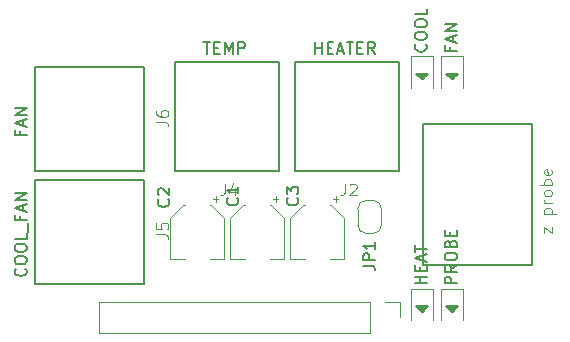
<source format=gbr>
G04 #@! TF.GenerationSoftware,KiCad,Pcbnew,5.1.4-e60b266~84~ubuntu18.04.1*
G04 #@! TF.CreationDate,2019-09-26T20:27:51+08:00*
G04 #@! TF.ProjectId,head,68656164-2e6b-4696-9361-645f70636258,rev?*
G04 #@! TF.SameCoordinates,Original*
G04 #@! TF.FileFunction,Legend,Top*
G04 #@! TF.FilePolarity,Positive*
%FSLAX46Y46*%
G04 Gerber Fmt 4.6, Leading zero omitted, Abs format (unit mm)*
G04 Created by KiCad (PCBNEW 5.1.4-e60b266~84~ubuntu18.04.1) date 2019-09-26 20:27:51*
%MOMM*%
%LPD*%
G04 APERTURE LIST*
%ADD10C,0.381000*%
%ADD11C,0.200000*%
%ADD12C,0.120000*%
%ADD13C,0.127000*%
%ADD14C,0.150000*%
%ADD15C,0.050000*%
G04 APERTURE END LIST*
D10*
X77270000Y-48922000D02*
X77470000Y-49122000D01*
D11*
X77770000Y-48922000D02*
X77270000Y-48922000D01*
X77470000Y-49322000D02*
X77970000Y-48822000D01*
X76970000Y-48822000D02*
X77470000Y-49322000D01*
X77970000Y-48822000D02*
X76970000Y-48822000D01*
D12*
X78430000Y-50022000D02*
X78430000Y-47337000D01*
X78430000Y-47337000D02*
X76510000Y-47337000D01*
X76510000Y-47337000D02*
X76510000Y-50022000D01*
D10*
X74730000Y-48922000D02*
X74930000Y-49122000D01*
D11*
X75230000Y-48922000D02*
X74730000Y-48922000D01*
X74930000Y-49322000D02*
X75430000Y-48822000D01*
X74430000Y-48822000D02*
X74930000Y-49322000D01*
X75430000Y-48822000D02*
X74430000Y-48822000D01*
D12*
X75890000Y-50022000D02*
X75890000Y-47337000D01*
X75890000Y-47337000D02*
X73970000Y-47337000D01*
X73970000Y-47337000D02*
X73970000Y-50022000D01*
D10*
X77270000Y-29237000D02*
X77470000Y-29437000D01*
D11*
X77770000Y-29237000D02*
X77270000Y-29237000D01*
X77470000Y-29637000D02*
X77970000Y-29137000D01*
X76970000Y-29137000D02*
X77470000Y-29637000D01*
X77970000Y-29137000D02*
X76970000Y-29137000D01*
D12*
X78430000Y-30337000D02*
X78430000Y-27652000D01*
X78430000Y-27652000D02*
X76510000Y-27652000D01*
X76510000Y-27652000D02*
X76510000Y-30337000D01*
D10*
X74730000Y-29237000D02*
X74930000Y-29437000D01*
D11*
X75230000Y-29237000D02*
X74730000Y-29237000D01*
X74930000Y-29637000D02*
X75430000Y-29137000D01*
X74430000Y-29137000D02*
X74930000Y-29637000D01*
X75430000Y-29137000D02*
X74430000Y-29137000D01*
D12*
X75890000Y-30337000D02*
X75890000Y-27652000D01*
X75890000Y-27652000D02*
X73970000Y-27652000D01*
X73970000Y-27652000D02*
X73970000Y-30337000D01*
X67850000Y-39795000D02*
X67350000Y-39795000D01*
X67600000Y-39545000D02*
X67600000Y-40045000D01*
X64844437Y-40285000D02*
X63780000Y-41349437D01*
X67235563Y-40285000D02*
X68300000Y-41349437D01*
X67235563Y-40285000D02*
X67100000Y-40285000D01*
X64844437Y-40285000D02*
X64980000Y-40285000D01*
X63780000Y-41349437D02*
X63780000Y-44805000D01*
X68300000Y-41349437D02*
X68300000Y-44805000D01*
X68300000Y-44805000D02*
X67100000Y-44805000D01*
X63780000Y-44805000D02*
X64980000Y-44805000D01*
X57690000Y-39795000D02*
X57190000Y-39795000D01*
X57440000Y-39545000D02*
X57440000Y-40045000D01*
X54684437Y-40285000D02*
X53620000Y-41349437D01*
X57075563Y-40285000D02*
X58140000Y-41349437D01*
X57075563Y-40285000D02*
X56940000Y-40285000D01*
X54684437Y-40285000D02*
X54820000Y-40285000D01*
X53620000Y-41349437D02*
X53620000Y-44805000D01*
X58140000Y-41349437D02*
X58140000Y-44805000D01*
X58140000Y-44805000D02*
X56940000Y-44805000D01*
X53620000Y-44805000D02*
X54820000Y-44805000D01*
X62770000Y-39795000D02*
X62270000Y-39795000D01*
X62520000Y-39545000D02*
X62520000Y-40045000D01*
X59764437Y-40285000D02*
X58700000Y-41349437D01*
X62155563Y-40285000D02*
X63220000Y-41349437D01*
X62155563Y-40285000D02*
X62020000Y-40285000D01*
X59764437Y-40285000D02*
X59900000Y-40285000D01*
X58700000Y-41349437D02*
X58700000Y-44805000D01*
X63220000Y-41349437D02*
X63220000Y-44805000D01*
X63220000Y-44805000D02*
X62020000Y-44805000D01*
X58700000Y-44805000D02*
X59900000Y-44805000D01*
D13*
X51365000Y-28615000D02*
X42165000Y-28615000D01*
X51365000Y-37425000D02*
X51365000Y-28615000D01*
X42165000Y-37425000D02*
X51365000Y-37425000D01*
X42165000Y-28615000D02*
X42165000Y-37425000D01*
X51365000Y-38140000D02*
X42165000Y-38140000D01*
X51365000Y-46950000D02*
X51365000Y-38140000D01*
X42165000Y-46950000D02*
X51365000Y-46950000D01*
X42165000Y-38140000D02*
X42165000Y-46950000D01*
X62825000Y-37395000D02*
X62825000Y-28195000D01*
X54015000Y-37395000D02*
X62825000Y-37395000D01*
X54015000Y-28195000D02*
X54015000Y-37395000D01*
X62825000Y-28195000D02*
X54015000Y-28195000D01*
X72985000Y-37395000D02*
X72985000Y-28195000D01*
X64175000Y-37395000D02*
X72985000Y-37395000D01*
X64175000Y-28195000D02*
X64175000Y-37395000D01*
X72985000Y-28195000D02*
X64175000Y-28195000D01*
X84200000Y-33420000D02*
X75000000Y-33420000D01*
X84200000Y-45320000D02*
X84200000Y-33420000D01*
X75000000Y-45320000D02*
X84200000Y-45320000D01*
X75000000Y-33420000D02*
X75000000Y-45320000D01*
D12*
X69485000Y-41975000D02*
X69485000Y-40575000D01*
X70185000Y-39875000D02*
X70785000Y-39875000D01*
X71485000Y-40575000D02*
X71485000Y-41975000D01*
X70785000Y-42675000D02*
X70185000Y-42675000D01*
X70185000Y-42675000D02*
G75*
G02X69485000Y-41975000I0J700000D01*
G01*
X71485000Y-41975000D02*
G75*
G02X70785000Y-42675000I-700000J0D01*
G01*
X70785000Y-39875000D02*
G75*
G02X71485000Y-40575000I0J-700000D01*
G01*
X69485000Y-40575000D02*
G75*
G02X70185000Y-39875000I700000J0D01*
G01*
X73085000Y-48454000D02*
X73085000Y-49784000D01*
X71755000Y-48454000D02*
X73085000Y-48454000D01*
X70485000Y-48454000D02*
X70485000Y-51114000D01*
X70485000Y-51114000D02*
X47565000Y-51114000D01*
X70485000Y-48454000D02*
X47565000Y-48454000D01*
X47565000Y-48454000D02*
X47565000Y-51114000D01*
D14*
X77854880Y-46908404D02*
X76854880Y-46908404D01*
X76854880Y-46527452D01*
X76902500Y-46432214D01*
X76950119Y-46384595D01*
X77045357Y-46336976D01*
X77188214Y-46336976D01*
X77283452Y-46384595D01*
X77331071Y-46432214D01*
X77378690Y-46527452D01*
X77378690Y-46908404D01*
X77854880Y-45336976D02*
X77378690Y-45670309D01*
X77854880Y-45908404D02*
X76854880Y-45908404D01*
X76854880Y-45527452D01*
X76902500Y-45432214D01*
X76950119Y-45384595D01*
X77045357Y-45336976D01*
X77188214Y-45336976D01*
X77283452Y-45384595D01*
X77331071Y-45432214D01*
X77378690Y-45527452D01*
X77378690Y-45908404D01*
X76854880Y-44717928D02*
X76854880Y-44527452D01*
X76902500Y-44432214D01*
X76997738Y-44336976D01*
X77188214Y-44289357D01*
X77521547Y-44289357D01*
X77712023Y-44336976D01*
X77807261Y-44432214D01*
X77854880Y-44527452D01*
X77854880Y-44717928D01*
X77807261Y-44813166D01*
X77712023Y-44908404D01*
X77521547Y-44956023D01*
X77188214Y-44956023D01*
X76997738Y-44908404D01*
X76902500Y-44813166D01*
X76854880Y-44717928D01*
X77331071Y-43527452D02*
X77378690Y-43384595D01*
X77426309Y-43336976D01*
X77521547Y-43289357D01*
X77664404Y-43289357D01*
X77759642Y-43336976D01*
X77807261Y-43384595D01*
X77854880Y-43479833D01*
X77854880Y-43860785D01*
X76854880Y-43860785D01*
X76854880Y-43527452D01*
X76902500Y-43432214D01*
X76950119Y-43384595D01*
X77045357Y-43336976D01*
X77140595Y-43336976D01*
X77235833Y-43384595D01*
X77283452Y-43432214D01*
X77331071Y-43527452D01*
X77331071Y-43860785D01*
X77331071Y-42860785D02*
X77331071Y-42527452D01*
X77854880Y-42384595D02*
X77854880Y-42860785D01*
X76854880Y-42860785D01*
X76854880Y-42384595D01*
X75314880Y-46908404D02*
X74314880Y-46908404D01*
X74791071Y-46908404D02*
X74791071Y-46336976D01*
X75314880Y-46336976D02*
X74314880Y-46336976D01*
X74791071Y-45860785D02*
X74791071Y-45527452D01*
X75314880Y-45384595D02*
X75314880Y-45860785D01*
X74314880Y-45860785D01*
X74314880Y-45384595D01*
X75029166Y-45003642D02*
X75029166Y-44527452D01*
X75314880Y-45098880D02*
X74314880Y-44765547D01*
X75314880Y-44432214D01*
X74314880Y-44241738D02*
X74314880Y-43670309D01*
X75314880Y-43956023D02*
X74314880Y-43956023D01*
X77331071Y-26890071D02*
X77331071Y-27223404D01*
X77854880Y-27223404D02*
X76854880Y-27223404D01*
X76854880Y-26747214D01*
X77569166Y-26413880D02*
X77569166Y-25937690D01*
X77854880Y-26509119D02*
X76854880Y-26175785D01*
X77854880Y-25842452D01*
X77854880Y-25509119D02*
X76854880Y-25509119D01*
X77854880Y-24937690D01*
X76854880Y-24937690D01*
X75219642Y-26651976D02*
X75267261Y-26699595D01*
X75314880Y-26842452D01*
X75314880Y-26937690D01*
X75267261Y-27080547D01*
X75172023Y-27175785D01*
X75076785Y-27223404D01*
X74886309Y-27271023D01*
X74743452Y-27271023D01*
X74552976Y-27223404D01*
X74457738Y-27175785D01*
X74362500Y-27080547D01*
X74314880Y-26937690D01*
X74314880Y-26842452D01*
X74362500Y-26699595D01*
X74410119Y-26651976D01*
X74314880Y-26032928D02*
X74314880Y-25842452D01*
X74362500Y-25747214D01*
X74457738Y-25651976D01*
X74648214Y-25604357D01*
X74981547Y-25604357D01*
X75172023Y-25651976D01*
X75267261Y-25747214D01*
X75314880Y-25842452D01*
X75314880Y-26032928D01*
X75267261Y-26128166D01*
X75172023Y-26223404D01*
X74981547Y-26271023D01*
X74648214Y-26271023D01*
X74457738Y-26223404D01*
X74362500Y-26128166D01*
X74314880Y-26032928D01*
X74314880Y-24985309D02*
X74314880Y-24794833D01*
X74362500Y-24699595D01*
X74457738Y-24604357D01*
X74648214Y-24556738D01*
X74981547Y-24556738D01*
X75172023Y-24604357D01*
X75267261Y-24699595D01*
X75314880Y-24794833D01*
X75314880Y-24985309D01*
X75267261Y-25080547D01*
X75172023Y-25175785D01*
X74981547Y-25223404D01*
X74648214Y-25223404D01*
X74457738Y-25175785D01*
X74362500Y-25080547D01*
X74314880Y-24985309D01*
X75314880Y-23651976D02*
X75314880Y-24128166D01*
X74314880Y-24128166D01*
X64365142Y-39663666D02*
X64412761Y-39711285D01*
X64460380Y-39854142D01*
X64460380Y-39949380D01*
X64412761Y-40092238D01*
X64317523Y-40187476D01*
X64222285Y-40235095D01*
X64031809Y-40282714D01*
X63888952Y-40282714D01*
X63698476Y-40235095D01*
X63603238Y-40187476D01*
X63508000Y-40092238D01*
X63460380Y-39949380D01*
X63460380Y-39854142D01*
X63508000Y-39711285D01*
X63555619Y-39663666D01*
X63460380Y-39330333D02*
X63460380Y-38711285D01*
X63841333Y-39044619D01*
X63841333Y-38901761D01*
X63888952Y-38806523D01*
X63936571Y-38758904D01*
X64031809Y-38711285D01*
X64269904Y-38711285D01*
X64365142Y-38758904D01*
X64412761Y-38806523D01*
X64460380Y-38901761D01*
X64460380Y-39187476D01*
X64412761Y-39282714D01*
X64365142Y-39330333D01*
X53443142Y-39790666D02*
X53490761Y-39838285D01*
X53538380Y-39981142D01*
X53538380Y-40076380D01*
X53490761Y-40219238D01*
X53395523Y-40314476D01*
X53300285Y-40362095D01*
X53109809Y-40409714D01*
X52966952Y-40409714D01*
X52776476Y-40362095D01*
X52681238Y-40314476D01*
X52586000Y-40219238D01*
X52538380Y-40076380D01*
X52538380Y-39981142D01*
X52586000Y-39838285D01*
X52633619Y-39790666D01*
X52633619Y-39409714D02*
X52586000Y-39362095D01*
X52538380Y-39266857D01*
X52538380Y-39028761D01*
X52586000Y-38933523D01*
X52633619Y-38885904D01*
X52728857Y-38838285D01*
X52824095Y-38838285D01*
X52966952Y-38885904D01*
X53538380Y-39457333D01*
X53538380Y-38838285D01*
X59285142Y-39663666D02*
X59332761Y-39711285D01*
X59380380Y-39854142D01*
X59380380Y-39949380D01*
X59332761Y-40092238D01*
X59237523Y-40187476D01*
X59142285Y-40235095D01*
X58951809Y-40282714D01*
X58808952Y-40282714D01*
X58618476Y-40235095D01*
X58523238Y-40187476D01*
X58428000Y-40092238D01*
X58380380Y-39949380D01*
X58380380Y-39854142D01*
X58428000Y-39711285D01*
X58475619Y-39663666D01*
X59380380Y-38711285D02*
X59380380Y-39282714D01*
X59380380Y-38997000D02*
X58380380Y-38997000D01*
X58523238Y-39092238D01*
X58618476Y-39187476D01*
X58666095Y-39282714D01*
D15*
X52428280Y-33222133D02*
X53142566Y-33222133D01*
X53285423Y-33269752D01*
X53380661Y-33364990D01*
X53428280Y-33507847D01*
X53428280Y-33603085D01*
X52428280Y-32317371D02*
X52428280Y-32507847D01*
X52475900Y-32603085D01*
X52523519Y-32650704D01*
X52666376Y-32745942D01*
X52856852Y-32793561D01*
X53237804Y-32793561D01*
X53333042Y-32745942D01*
X53380661Y-32698323D01*
X53428280Y-32603085D01*
X53428280Y-32412609D01*
X53380661Y-32317371D01*
X53333042Y-32269752D01*
X53237804Y-32222133D01*
X52999709Y-32222133D01*
X52904471Y-32269752D01*
X52856852Y-32317371D01*
X52809233Y-32412609D01*
X52809233Y-32603085D01*
X52856852Y-32698323D01*
X52904471Y-32745942D01*
X52999709Y-32793561D01*
D11*
X40916171Y-34033323D02*
X40916171Y-34366657D01*
X41439980Y-34366657D02*
X40439980Y-34366657D01*
X40439980Y-33890466D01*
X41154266Y-33557133D02*
X41154266Y-33080942D01*
X41439980Y-33652371D02*
X40439980Y-33319038D01*
X41439980Y-32985704D01*
X41439980Y-32652371D02*
X40439980Y-32652371D01*
X41439980Y-32080942D01*
X40439980Y-32080942D01*
D15*
X52428280Y-42747133D02*
X53142566Y-42747133D01*
X53285423Y-42794752D01*
X53380661Y-42889990D01*
X53428280Y-43032847D01*
X53428280Y-43128085D01*
X52428280Y-41794752D02*
X52428280Y-42270942D01*
X52904471Y-42318561D01*
X52856852Y-42270942D01*
X52809233Y-42175704D01*
X52809233Y-41937609D01*
X52856852Y-41842371D01*
X52904471Y-41794752D01*
X52999709Y-41747133D01*
X53237804Y-41747133D01*
X53333042Y-41794752D01*
X53380661Y-41842371D01*
X53428280Y-41937609D01*
X53428280Y-42175704D01*
X53380661Y-42270942D01*
X53333042Y-42318561D01*
D11*
X41344742Y-45653561D02*
X41392361Y-45701180D01*
X41439980Y-45844038D01*
X41439980Y-45939276D01*
X41392361Y-46082133D01*
X41297123Y-46177371D01*
X41201885Y-46224990D01*
X41011409Y-46272609D01*
X40868552Y-46272609D01*
X40678076Y-46224990D01*
X40582838Y-46177371D01*
X40487600Y-46082133D01*
X40439980Y-45939276D01*
X40439980Y-45844038D01*
X40487600Y-45701180D01*
X40535219Y-45653561D01*
X40439980Y-45034514D02*
X40439980Y-44844038D01*
X40487600Y-44748800D01*
X40582838Y-44653561D01*
X40773314Y-44605942D01*
X41106647Y-44605942D01*
X41297123Y-44653561D01*
X41392361Y-44748800D01*
X41439980Y-44844038D01*
X41439980Y-45034514D01*
X41392361Y-45129752D01*
X41297123Y-45224990D01*
X41106647Y-45272609D01*
X40773314Y-45272609D01*
X40582838Y-45224990D01*
X40487600Y-45129752D01*
X40439980Y-45034514D01*
X40439980Y-43986895D02*
X40439980Y-43796419D01*
X40487600Y-43701180D01*
X40582838Y-43605942D01*
X40773314Y-43558323D01*
X41106647Y-43558323D01*
X41297123Y-43605942D01*
X41392361Y-43701180D01*
X41439980Y-43796419D01*
X41439980Y-43986895D01*
X41392361Y-44082133D01*
X41297123Y-44177371D01*
X41106647Y-44224990D01*
X40773314Y-44224990D01*
X40582838Y-44177371D01*
X40487600Y-44082133D01*
X40439980Y-43986895D01*
X41439980Y-42653561D02*
X41439980Y-43129752D01*
X40439980Y-43129752D01*
X41535219Y-42558323D02*
X41535219Y-41796419D01*
X40916171Y-41224990D02*
X40916171Y-41558323D01*
X41439980Y-41558323D02*
X40439980Y-41558323D01*
X40439980Y-41082133D01*
X41154266Y-40748800D02*
X41154266Y-40272609D01*
X41439980Y-40844038D02*
X40439980Y-40510704D01*
X41439980Y-40177371D01*
X41439980Y-39844038D02*
X40439980Y-39844038D01*
X41439980Y-39272609D01*
X40439980Y-39272609D01*
D15*
X58217866Y-38458280D02*
X58217866Y-39172566D01*
X58170247Y-39315423D01*
X58075009Y-39410661D01*
X57932152Y-39458280D01*
X57836914Y-39458280D01*
X59122628Y-38791614D02*
X59122628Y-39458280D01*
X58884533Y-38410661D02*
X58646438Y-39124947D01*
X59265485Y-39124947D01*
D11*
X56406676Y-26469980D02*
X56978104Y-26469980D01*
X56692390Y-27469980D02*
X56692390Y-26469980D01*
X57311438Y-26946171D02*
X57644771Y-26946171D01*
X57787628Y-27469980D02*
X57311438Y-27469980D01*
X57311438Y-26469980D01*
X57787628Y-26469980D01*
X58216200Y-27469980D02*
X58216200Y-26469980D01*
X58549533Y-27184266D01*
X58882866Y-26469980D01*
X58882866Y-27469980D01*
X59359057Y-27469980D02*
X59359057Y-26469980D01*
X59740009Y-26469980D01*
X59835247Y-26517600D01*
X59882866Y-26565219D01*
X59930485Y-26660457D01*
X59930485Y-26803314D01*
X59882866Y-26898552D01*
X59835247Y-26946171D01*
X59740009Y-26993790D01*
X59359057Y-26993790D01*
D15*
X68377866Y-38458280D02*
X68377866Y-39172566D01*
X68330247Y-39315423D01*
X68235009Y-39410661D01*
X68092152Y-39458280D01*
X67996914Y-39458280D01*
X68806438Y-38553519D02*
X68854057Y-38505900D01*
X68949295Y-38458280D01*
X69187390Y-38458280D01*
X69282628Y-38505900D01*
X69330247Y-38553519D01*
X69377866Y-38648757D01*
X69377866Y-38743995D01*
X69330247Y-38886852D01*
X68758819Y-39458280D01*
X69377866Y-39458280D01*
D11*
X65876200Y-27469980D02*
X65876200Y-26469980D01*
X65876200Y-26946171D02*
X66447628Y-26946171D01*
X66447628Y-27469980D02*
X66447628Y-26469980D01*
X66923819Y-26946171D02*
X67257152Y-26946171D01*
X67400009Y-27469980D02*
X66923819Y-27469980D01*
X66923819Y-26469980D01*
X67400009Y-26469980D01*
X67780961Y-27184266D02*
X68257152Y-27184266D01*
X67685723Y-27469980D02*
X68019057Y-26469980D01*
X68352390Y-27469980D01*
X68542866Y-26469980D02*
X69114295Y-26469980D01*
X68828580Y-27469980D02*
X68828580Y-26469980D01*
X69447628Y-26946171D02*
X69780961Y-26946171D01*
X69923819Y-27469980D02*
X69447628Y-27469980D01*
X69447628Y-26469980D01*
X69923819Y-26469980D01*
X70923819Y-27469980D02*
X70590485Y-26993790D01*
X70352390Y-27469980D02*
X70352390Y-26469980D01*
X70733342Y-26469980D01*
X70828580Y-26517600D01*
X70876200Y-26565219D01*
X70923819Y-26660457D01*
X70923819Y-26803314D01*
X70876200Y-26898552D01*
X70828580Y-26946171D01*
X70733342Y-26993790D01*
X70352390Y-26993790D01*
D15*
X85258114Y-42672295D02*
X85258114Y-42148485D01*
X85924780Y-42672295D01*
X85924780Y-42148485D01*
X85258114Y-41005628D02*
X86258114Y-41005628D01*
X85305733Y-41005628D02*
X85258114Y-40910390D01*
X85258114Y-40719914D01*
X85305733Y-40624676D01*
X85353352Y-40577057D01*
X85448590Y-40529438D01*
X85734304Y-40529438D01*
X85829542Y-40577057D01*
X85877161Y-40624676D01*
X85924780Y-40719914D01*
X85924780Y-40910390D01*
X85877161Y-41005628D01*
X85924780Y-40100866D02*
X85258114Y-40100866D01*
X85448590Y-40100866D02*
X85353352Y-40053247D01*
X85305733Y-40005628D01*
X85258114Y-39910390D01*
X85258114Y-39815152D01*
X85924780Y-39338961D02*
X85877161Y-39434200D01*
X85829542Y-39481819D01*
X85734304Y-39529438D01*
X85448590Y-39529438D01*
X85353352Y-39481819D01*
X85305733Y-39434200D01*
X85258114Y-39338961D01*
X85258114Y-39196104D01*
X85305733Y-39100866D01*
X85353352Y-39053247D01*
X85448590Y-39005628D01*
X85734304Y-39005628D01*
X85829542Y-39053247D01*
X85877161Y-39100866D01*
X85924780Y-39196104D01*
X85924780Y-39338961D01*
X85924780Y-38577057D02*
X84924780Y-38577057D01*
X85305733Y-38577057D02*
X85258114Y-38481819D01*
X85258114Y-38291342D01*
X85305733Y-38196104D01*
X85353352Y-38148485D01*
X85448590Y-38100866D01*
X85734304Y-38100866D01*
X85829542Y-38148485D01*
X85877161Y-38196104D01*
X85924780Y-38291342D01*
X85924780Y-38481819D01*
X85877161Y-38577057D01*
X85877161Y-37291342D02*
X85924780Y-37386580D01*
X85924780Y-37577057D01*
X85877161Y-37672295D01*
X85781923Y-37719914D01*
X85400971Y-37719914D01*
X85305733Y-37672295D01*
X85258114Y-37577057D01*
X85258114Y-37386580D01*
X85305733Y-37291342D01*
X85400971Y-37243723D01*
X85496209Y-37243723D01*
X85591447Y-37719914D01*
D14*
X69937380Y-45410333D02*
X70651666Y-45410333D01*
X70794523Y-45457952D01*
X70889761Y-45553190D01*
X70937380Y-45696047D01*
X70937380Y-45791285D01*
X70937380Y-44934142D02*
X69937380Y-44934142D01*
X69937380Y-44553190D01*
X69985000Y-44457952D01*
X70032619Y-44410333D01*
X70127857Y-44362714D01*
X70270714Y-44362714D01*
X70365952Y-44410333D01*
X70413571Y-44457952D01*
X70461190Y-44553190D01*
X70461190Y-44934142D01*
X70937380Y-43410333D02*
X70937380Y-43981761D01*
X70937380Y-43696047D02*
X69937380Y-43696047D01*
X70080238Y-43791285D01*
X70175476Y-43886523D01*
X70223095Y-43981761D01*
M02*

</source>
